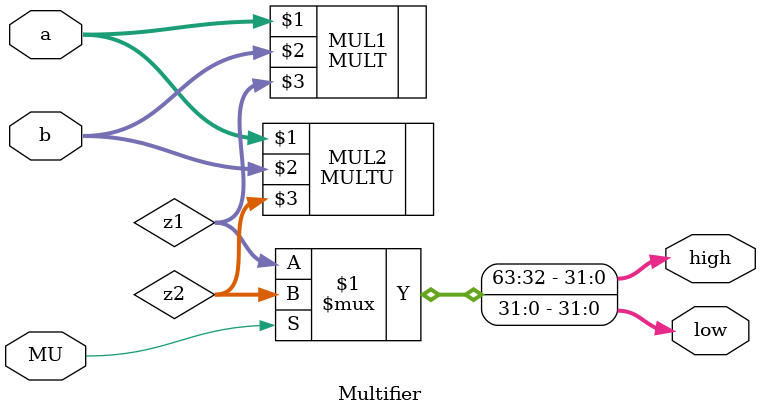
<source format=v>
`timescale 1ns / 1ps


module Multifier(
input MU,
input [31:0] a,
input [31:0] b,
output [31:0] high,
output [31:0] low
);

wire [63:0] z1;
wire [63:0] z2;

MULT MUL1(a,b,z1);
MULTU MUL2(a,b,z2);

assign {high,low}=(MU)?z2:z1;

endmodule

</source>
